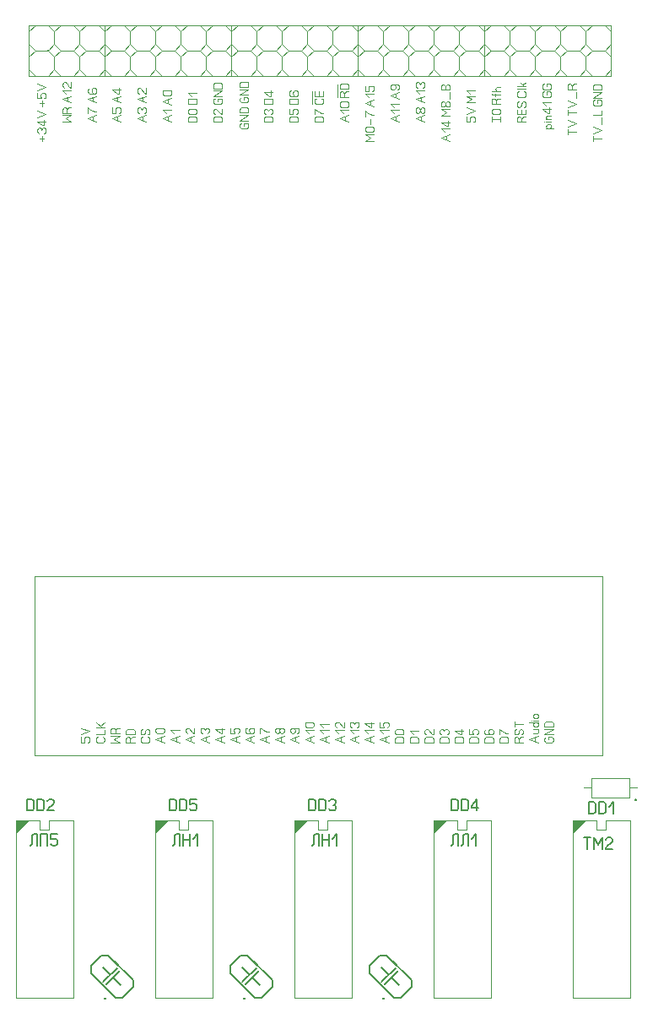
<source format=gbr>
%FSLAX34Y34*%
%MOMM*%
%LNSILK_TOP*%
G71*
G01*
%ADD10C, 0.10*%
%ADD11C, 0.14*%
%ADD12C, 0.11*%
%ADD13C, 0.00*%
%ADD14C, 0.20*%
%LPD*%
G54D10*
X219075Y984300D02*
X212775Y990600D01*
X199975Y990600D01*
X193675Y984300D01*
X193675Y971500D01*
X199975Y965200D01*
X212775Y965200D01*
X219075Y971500D01*
X219075Y984300D01*
G54D10*
X219075Y958900D02*
X212775Y965200D01*
X199975Y965200D01*
X193675Y958900D01*
X193675Y946100D01*
X199975Y939800D01*
X212775Y939800D01*
X219075Y946100D01*
X219075Y958900D01*
G54D10*
X193675Y984300D02*
X187375Y990600D01*
X174575Y990600D01*
X168275Y984300D01*
X168275Y971500D01*
X174575Y965200D01*
X187375Y965200D01*
X193675Y971500D01*
X193675Y984300D01*
G54D10*
X193675Y958900D02*
X187375Y965200D01*
X174575Y965200D01*
X168275Y958900D01*
X168275Y946100D01*
X174575Y939800D01*
X187375Y939800D01*
X193675Y946100D01*
X193675Y958900D01*
G54D10*
X168275Y984300D02*
X161975Y990600D01*
X149175Y990600D01*
X142875Y984300D01*
X142875Y971500D01*
X149175Y965200D01*
X161975Y965200D01*
X168275Y971500D01*
X168275Y984300D01*
G54D10*
X168275Y958900D02*
X161975Y965200D01*
X149175Y965200D01*
X142875Y958900D01*
X142875Y946100D01*
X149175Y939800D01*
X161975Y939800D01*
X168275Y946100D01*
X168275Y958900D01*
G54D11*
X162668Y965200D02*
X161975Y965200D01*
X161975Y965778D01*
X162668Y965778D01*
X162668Y965200D01*
X161975Y965200D01*
G54D10*
X346075Y984300D02*
X339775Y990600D01*
X326975Y990600D01*
X320675Y984300D01*
X320675Y971500D01*
X326975Y965200D01*
X339775Y965200D01*
X346075Y971500D01*
X346075Y984300D01*
G54D10*
X346075Y958900D02*
X339775Y965200D01*
X326975Y965200D01*
X320675Y958900D01*
X320675Y946100D01*
X326975Y939800D01*
X339775Y939800D01*
X346075Y946100D01*
X346075Y958900D01*
G54D10*
X320675Y984300D02*
X314375Y990600D01*
X301575Y990600D01*
X295275Y984300D01*
X295275Y971500D01*
X301575Y965200D01*
X314375Y965200D01*
X320675Y971500D01*
X320675Y984300D01*
G54D10*
X320675Y958900D02*
X314375Y965200D01*
X301575Y965200D01*
X295275Y958900D01*
X295275Y946100D01*
X301575Y939800D01*
X314375Y939800D01*
X320675Y946100D01*
X320675Y958900D01*
G54D10*
X295275Y984300D02*
X288975Y990600D01*
X276175Y990600D01*
X269875Y984300D01*
X269875Y971500D01*
X276175Y965200D01*
X288975Y965200D01*
X295275Y971500D01*
X295275Y984300D01*
G54D10*
X295275Y958900D02*
X288975Y965200D01*
X276175Y965200D01*
X269875Y958900D01*
X269875Y946100D01*
X276175Y939800D01*
X288975Y939800D01*
X295275Y946100D01*
X295275Y958900D01*
G54D10*
X269875Y984300D02*
X263575Y990600D01*
X250775Y990600D01*
X244475Y984300D01*
X244475Y971500D01*
X250775Y965200D01*
X263575Y965200D01*
X269875Y971500D01*
X269875Y984300D01*
G54D10*
X269875Y958900D02*
X263575Y965200D01*
X250775Y965200D01*
X244475Y958900D01*
X244475Y946100D01*
X250775Y939800D01*
X263575Y939800D01*
X269875Y946100D01*
X269875Y958900D01*
G54D10*
X244475Y984300D02*
X238175Y990600D01*
X225375Y990600D01*
X219075Y984300D01*
X219075Y971500D01*
X225375Y965200D01*
X238175Y965200D01*
X244475Y971500D01*
X244475Y984300D01*
G54D10*
X244475Y958900D02*
X238175Y965200D01*
X225375Y965200D01*
X219075Y958900D01*
X219075Y946100D01*
X225375Y939800D01*
X238175Y939800D01*
X244475Y946100D01*
X244475Y958900D01*
G54D11*
X226068Y964622D02*
X225375Y964622D01*
X225375Y965200D01*
X226068Y965200D01*
X226068Y964622D01*
X225375Y964622D01*
G54D10*
X473075Y984300D02*
X466775Y990600D01*
X453975Y990600D01*
X447675Y984300D01*
X447675Y971500D01*
X453975Y965200D01*
X466775Y965200D01*
X473075Y971500D01*
X473075Y984300D01*
G54D10*
X473075Y958900D02*
X466775Y965200D01*
X453975Y965200D01*
X447675Y958900D01*
X447675Y946100D01*
X453975Y939800D01*
X466775Y939800D01*
X473075Y946100D01*
X473075Y958900D01*
G54D10*
X447675Y984300D02*
X441375Y990600D01*
X428575Y990600D01*
X422275Y984300D01*
X422275Y971500D01*
X428575Y965200D01*
X441375Y965200D01*
X447675Y971500D01*
X447675Y984300D01*
G54D10*
X447675Y958900D02*
X441375Y965200D01*
X428575Y965200D01*
X422275Y958900D01*
X422275Y946100D01*
X428575Y939800D01*
X441375Y939800D01*
X447675Y946100D01*
X447675Y958900D01*
G54D10*
X422275Y984300D02*
X415975Y990600D01*
X403175Y990600D01*
X396875Y984300D01*
X396875Y971500D01*
X403175Y965200D01*
X415975Y965200D01*
X422275Y971500D01*
X422275Y984300D01*
G54D10*
X422275Y958900D02*
X415975Y965200D01*
X403175Y965200D01*
X396875Y958900D01*
X396875Y946100D01*
X403175Y939800D01*
X415975Y939800D01*
X422275Y946100D01*
X422275Y958900D01*
G54D10*
X396875Y984300D02*
X390575Y990600D01*
X377775Y990600D01*
X371475Y984300D01*
X371475Y971500D01*
X377775Y965200D01*
X390575Y965200D01*
X396875Y971500D01*
X396875Y984300D01*
G54D10*
X396875Y958900D02*
X390575Y965200D01*
X377775Y965200D01*
X371475Y958900D01*
X371475Y946100D01*
X377775Y939800D01*
X390575Y939800D01*
X396875Y946100D01*
X396875Y958900D01*
G54D10*
X371475Y984300D02*
X365175Y990600D01*
X352375Y990600D01*
X346075Y984300D01*
X346075Y971500D01*
X352375Y965200D01*
X365175Y965200D01*
X371475Y971500D01*
X371475Y984300D01*
G54D10*
X371475Y958900D02*
X365175Y965200D01*
X352375Y965200D01*
X346075Y958900D01*
X346075Y946100D01*
X352375Y939800D01*
X365175Y939800D01*
X371475Y946100D01*
X371475Y958900D01*
G54D11*
X353068Y964622D02*
X352375Y964622D01*
X352375Y965200D01*
X353068Y965200D01*
X353068Y964622D01*
X352375Y964622D01*
G54D10*
X600075Y984300D02*
X593775Y990600D01*
X580975Y990600D01*
X574675Y984300D01*
X574675Y971500D01*
X580975Y965200D01*
X593775Y965200D01*
X600075Y971500D01*
X600075Y984300D01*
G54D10*
X600075Y958900D02*
X593775Y965200D01*
X580975Y965200D01*
X574675Y958900D01*
X574675Y946100D01*
X580975Y939800D01*
X593775Y939800D01*
X600075Y946100D01*
X600075Y958900D01*
G54D10*
X574675Y984300D02*
X568375Y990600D01*
X555575Y990600D01*
X549275Y984300D01*
X549275Y971500D01*
X555575Y965200D01*
X568375Y965200D01*
X574675Y971500D01*
X574675Y984300D01*
G54D10*
X574675Y958900D02*
X568375Y965200D01*
X555575Y965200D01*
X549275Y958900D01*
X549275Y946100D01*
X555575Y939800D01*
X568375Y939800D01*
X574675Y946100D01*
X574675Y958900D01*
G54D10*
X549275Y984300D02*
X542975Y990600D01*
X530175Y990600D01*
X523875Y984300D01*
X523875Y971500D01*
X530175Y965200D01*
X542975Y965200D01*
X549275Y971500D01*
X549275Y984300D01*
G54D10*
X549275Y958900D02*
X542975Y965200D01*
X530175Y965200D01*
X523875Y958900D01*
X523875Y946100D01*
X530175Y939800D01*
X542975Y939800D01*
X549275Y946100D01*
X549275Y958900D01*
G54D10*
X523875Y984300D02*
X517575Y990600D01*
X504775Y990600D01*
X498475Y984300D01*
X498475Y971500D01*
X504775Y965200D01*
X517575Y965200D01*
X523875Y971500D01*
X523875Y984300D01*
G54D10*
X523875Y958900D02*
X517575Y965200D01*
X504775Y965200D01*
X498475Y958900D01*
X498475Y946100D01*
X504775Y939800D01*
X517575Y939800D01*
X523875Y946100D01*
X523875Y958900D01*
G54D10*
X498475Y984300D02*
X492175Y990600D01*
X479375Y990600D01*
X473075Y984300D01*
X473075Y971500D01*
X479375Y965200D01*
X492175Y965200D01*
X498475Y971500D01*
X498475Y984300D01*
G54D10*
X498475Y958900D02*
X492175Y965200D01*
X479375Y965200D01*
X473075Y958900D01*
X473075Y946100D01*
X479375Y939800D01*
X492175Y939800D01*
X498475Y946100D01*
X498475Y958900D01*
G54D11*
X480068Y964622D02*
X479375Y964622D01*
X479375Y965200D01*
X480068Y965200D01*
X480068Y964622D01*
X479375Y964622D01*
G54D10*
X727075Y984300D02*
X720775Y990600D01*
X707975Y990600D01*
X701675Y984300D01*
X701675Y971500D01*
X707975Y965200D01*
X720775Y965200D01*
X727075Y971500D01*
X727075Y984300D01*
G54D10*
X727075Y958900D02*
X720775Y965200D01*
X707975Y965200D01*
X701675Y958900D01*
X701675Y946100D01*
X707975Y939800D01*
X720775Y939800D01*
X727075Y946100D01*
X727075Y958900D01*
G54D10*
X701675Y984300D02*
X695375Y990600D01*
X682575Y990600D01*
X676275Y984300D01*
X676275Y971500D01*
X682575Y965200D01*
X695375Y965200D01*
X701675Y971500D01*
X701675Y984300D01*
G54D10*
X701675Y958900D02*
X695375Y965200D01*
X682575Y965200D01*
X676275Y958900D01*
X676275Y946100D01*
X682575Y939800D01*
X695375Y939800D01*
X701675Y946100D01*
X701675Y958900D01*
G54D10*
X676275Y984300D02*
X669975Y990600D01*
X657175Y990600D01*
X650875Y984300D01*
X650875Y971500D01*
X657175Y965200D01*
X669975Y965200D01*
X676275Y971500D01*
X676275Y984300D01*
G54D10*
X676275Y958900D02*
X669975Y965200D01*
X657175Y965200D01*
X650875Y958900D01*
X650875Y946100D01*
X657175Y939800D01*
X669975Y939800D01*
X676275Y946100D01*
X676275Y958900D01*
G54D10*
X650875Y984300D02*
X644575Y990600D01*
X631775Y990600D01*
X625475Y984300D01*
X625475Y971500D01*
X631775Y965200D01*
X644575Y965200D01*
X650875Y971500D01*
X650875Y984300D01*
G54D10*
X650875Y958900D02*
X644575Y965200D01*
X631775Y965200D01*
X625475Y958900D01*
X625475Y946100D01*
X631775Y939800D01*
X644575Y939800D01*
X650875Y946100D01*
X650875Y958900D01*
G54D10*
X625475Y984300D02*
X619175Y990600D01*
X606375Y990600D01*
X600075Y984300D01*
X600075Y971500D01*
X606375Y965200D01*
X619175Y965200D01*
X625475Y971500D01*
X625475Y984300D01*
G54D10*
X625475Y958900D02*
X619175Y965200D01*
X606375Y965200D01*
X600075Y958900D01*
X600075Y946100D01*
X606375Y939800D01*
X619175Y939800D01*
X625475Y946100D01*
X625475Y958900D01*
G54D11*
X607068Y964622D02*
X606375Y964622D01*
X606375Y965200D01*
X607068Y965200D01*
X607068Y964622D01*
X606375Y964622D01*
G54D10*
X142875Y990600D02*
X219075Y990600D01*
X219075Y939800D01*
X142875Y939800D01*
X142875Y990600D01*
G54D10*
X219075Y990600D02*
X346075Y990600D01*
X346075Y939800D01*
X219075Y939800D01*
X219075Y990600D01*
G54D10*
X346075Y990600D02*
X473075Y990600D01*
X473075Y939800D01*
X346075Y939800D01*
X346075Y990600D01*
G54D10*
X473075Y990600D02*
X600075Y990600D01*
X600075Y939800D01*
X473075Y939800D01*
X473075Y990600D01*
G54D10*
X600075Y990600D02*
X727075Y990600D01*
X727075Y939800D01*
X600075Y939800D01*
X600075Y990600D01*
G54D12*
X210910Y893428D02*
X202021Y896761D01*
X210910Y900094D01*
G54D12*
X207577Y894761D02*
X207577Y898761D01*
G54D12*
X202021Y902539D02*
X202021Y907872D01*
X203132Y907206D01*
X204799Y905872D01*
X207021Y904539D01*
X208688Y903872D01*
X210910Y903872D01*
G54D12*
X210910Y912893D02*
X202021Y916226D01*
X210910Y919560D01*
G54D12*
X207577Y914226D02*
X207577Y918226D01*
G54D12*
X203688Y927337D02*
X202577Y926670D01*
X202021Y925337D01*
X202021Y924004D01*
X202577Y922670D01*
X203688Y922004D01*
X206466Y922004D01*
X207021Y922004D01*
X205910Y924004D01*
X205910Y925337D01*
X206466Y926670D01*
X207577Y927337D01*
X209244Y927337D01*
X210355Y926670D01*
X210910Y925337D01*
X210910Y924004D01*
X210355Y922670D01*
X209244Y922004D01*
X206466Y922004D01*
G54D12*
X717949Y877044D02*
X709060Y877044D01*
G54D12*
X709060Y874378D02*
X709060Y879711D01*
G54D12*
X709060Y882155D02*
X717949Y885488D01*
X709060Y888821D01*
G54D12*
X717949Y891266D02*
X717949Y897932D01*
G54D12*
X709060Y900377D02*
X717949Y900377D01*
X717949Y905043D01*
G54D12*
X713504Y912731D02*
X713504Y915398D01*
X716282Y915398D01*
X717393Y914731D01*
X717949Y913398D01*
X717949Y912065D01*
X717393Y910731D01*
X716282Y910065D01*
X710726Y910065D01*
X709615Y910731D01*
X709060Y912065D01*
X709060Y913398D01*
X709615Y914731D01*
X710726Y915398D01*
G54D12*
X717949Y917842D02*
X709060Y917842D01*
X717949Y923175D01*
X709060Y923175D01*
G54D12*
X717949Y925619D02*
X709060Y925619D01*
X709060Y928952D01*
X709615Y930285D01*
X710726Y930952D01*
X716282Y930952D01*
X717393Y930285D01*
X717949Y928952D01*
X717949Y925619D01*
G54D12*
X692549Y883394D02*
X683660Y883394D01*
G54D12*
X683660Y880728D02*
X683660Y886061D01*
G54D12*
X683660Y888505D02*
X692549Y891838D01*
X683660Y895171D01*
G54D12*
X692549Y902859D02*
X683660Y902859D01*
G54D12*
X683660Y900193D02*
X683660Y905526D01*
G54D12*
X683660Y907970D02*
X692549Y911303D01*
X683660Y914636D01*
G54D12*
X692549Y917081D02*
X692549Y923747D01*
G54D12*
X688104Y928858D02*
X689215Y930858D01*
X690326Y931525D01*
X692549Y931525D01*
G54D12*
X692549Y926192D02*
X683660Y926192D01*
X683660Y929525D01*
X684215Y930858D01*
X685326Y931525D01*
X686438Y931525D01*
X687549Y930858D01*
X688104Y929525D01*
X688104Y926192D01*
G54D12*
X662149Y887078D02*
X669371Y887078D01*
G54D12*
X665482Y887078D02*
X666926Y887744D01*
X667149Y889078D01*
X666926Y890411D01*
X665815Y891078D01*
X663593Y891078D01*
X662482Y890411D01*
X662149Y889078D01*
X662482Y887744D01*
X663815Y887078D01*
G54D12*
X667149Y893522D02*
X662149Y893522D01*
G54D12*
X660482Y893522D02*
X660482Y893522D01*
G54D12*
X667149Y895966D02*
X662149Y895966D01*
G54D12*
X663260Y895966D02*
X662482Y896632D01*
X662149Y897966D01*
X662482Y899299D01*
X663260Y899966D01*
X667149Y899966D01*
G54D12*
X667149Y906410D02*
X658260Y906410D01*
X663815Y902410D01*
X664926Y902410D01*
X664926Y907743D01*
G54D12*
X661593Y910187D02*
X658260Y913520D01*
X667149Y913520D01*
G54D12*
X662704Y921208D02*
X662704Y923874D01*
X665482Y923874D01*
X666593Y923208D01*
X667149Y921874D01*
X667149Y920541D01*
X666593Y919208D01*
X665482Y918541D01*
X659926Y918541D01*
X658815Y919208D01*
X658260Y920541D01*
X658260Y921874D01*
X658815Y923208D01*
X659926Y923874D01*
G54D12*
X662704Y928984D02*
X662704Y931651D01*
X665482Y931651D01*
X666593Y930984D01*
X667149Y929651D01*
X667149Y928318D01*
X666593Y926984D01*
X665482Y926318D01*
X659926Y926318D01*
X658815Y926984D01*
X658260Y928318D01*
X658260Y929651D01*
X658815Y930984D01*
X659926Y931651D01*
G54D12*
X637304Y896094D02*
X638415Y898094D01*
X639526Y898761D01*
X641749Y898761D01*
G54D12*
X641749Y893428D02*
X632860Y893428D01*
X632860Y896761D01*
X633415Y898094D01*
X634526Y898761D01*
X635638Y898761D01*
X636749Y898094D01*
X637304Y896761D01*
X637304Y893428D01*
G54D12*
X641749Y905871D02*
X641749Y901205D01*
X632860Y901205D01*
X632860Y905871D01*
G54D12*
X637304Y901205D02*
X637304Y905871D01*
G54D12*
X640082Y908316D02*
X641193Y908982D01*
X641749Y910316D01*
X641749Y911649D01*
X641193Y912982D01*
X640082Y913649D01*
X638971Y913649D01*
X637860Y912982D01*
X637304Y911649D01*
X637304Y910316D01*
X636749Y908982D01*
X635638Y908316D01*
X634526Y908316D01*
X633415Y908982D01*
X632860Y910316D01*
X632860Y911649D01*
X633415Y912982D01*
X634526Y913649D01*
G54D12*
X640082Y924003D02*
X641193Y923336D01*
X641749Y922003D01*
X641749Y920670D01*
X641193Y919336D01*
X640082Y918670D01*
X634526Y918670D01*
X633415Y919336D01*
X632860Y920670D01*
X632860Y922003D01*
X633415Y923336D01*
X634526Y924003D01*
G54D12*
X641749Y926447D02*
X632860Y926447D01*
G54D12*
X641749Y928891D02*
X632860Y928891D01*
G54D12*
X638415Y930891D02*
X641749Y932891D01*
G54D12*
X639526Y928891D02*
X636749Y932891D01*
G54D12*
X616349Y893428D02*
X616349Y898761D01*
G54D12*
X616349Y896094D02*
X607460Y896094D01*
G54D12*
X607460Y893428D02*
X607460Y898761D01*
G54D12*
X609126Y906538D02*
X614682Y906538D01*
X615793Y905871D01*
X616349Y904538D01*
X616349Y903205D01*
X615793Y901871D01*
X614682Y901205D01*
X609126Y901205D01*
X608015Y901871D01*
X607460Y903205D01*
X607460Y904538D01*
X608015Y905871D01*
X609126Y906538D01*
G54D12*
X611904Y914225D02*
X613015Y916225D01*
X614126Y916892D01*
X616349Y916892D01*
G54D12*
X616349Y911559D02*
X607460Y911559D01*
X607460Y914892D01*
X608015Y916225D01*
X609126Y916892D01*
X610238Y916892D01*
X611349Y916225D01*
X611904Y914892D01*
X611904Y911559D01*
G54D12*
X616349Y920669D02*
X608015Y920669D01*
X607460Y921336D01*
X607793Y922002D01*
G54D12*
X611349Y919336D02*
X611349Y922002D01*
G54D12*
X616349Y924447D02*
X607460Y924447D01*
G54D12*
X612793Y924447D02*
X611682Y925113D01*
X611349Y926447D01*
X611682Y927780D01*
X612793Y928447D01*
X616349Y928447D01*
G54D12*
X582060Y898761D02*
X582060Y893428D01*
X585949Y893428D01*
X585949Y894094D01*
X585393Y895428D01*
X585393Y896761D01*
X585949Y898094D01*
X587060Y898761D01*
X589282Y898761D01*
X590393Y898094D01*
X590949Y896761D01*
X590949Y895428D01*
X590393Y894094D01*
X589282Y893428D01*
G54D12*
X582060Y901205D02*
X590949Y904538D01*
X582060Y907871D01*
G54D12*
X590949Y912893D02*
X582060Y912893D01*
X587615Y916226D01*
X582060Y919559D01*
X590949Y919559D01*
G54D12*
X585393Y922004D02*
X582060Y925337D01*
X590949Y925337D01*
G54D12*
X565549Y874378D02*
X556660Y877711D01*
X565549Y881044D01*
G54D12*
X562215Y875711D02*
X562215Y879711D01*
G54D12*
X559993Y883489D02*
X556660Y886822D01*
X565549Y886822D01*
G54D12*
X565549Y893266D02*
X556660Y893266D01*
X562215Y889266D01*
X563326Y889266D01*
X563326Y894599D01*
G54D12*
X565549Y899620D02*
X556660Y899620D01*
X562215Y902953D01*
X556660Y906286D01*
X565549Y906286D01*
G54D12*
X561104Y912064D02*
X561104Y910731D01*
X560549Y909397D01*
X559438Y908731D01*
X558326Y908731D01*
X557215Y909397D01*
X556660Y910731D01*
X556660Y912064D01*
X557215Y913397D01*
X558326Y914064D01*
X559438Y914064D01*
X560549Y913397D01*
X561104Y912064D01*
X561660Y913397D01*
X562771Y914064D01*
X563882Y914064D01*
X564993Y913397D01*
X565549Y912064D01*
X565549Y910731D01*
X564993Y909397D01*
X563882Y908731D01*
X562771Y908731D01*
X561660Y909397D01*
X561104Y910731D01*
G54D12*
X565549Y916508D02*
X565549Y923174D01*
G54D12*
X565549Y925619D02*
X556660Y925619D01*
X556660Y928952D01*
X557215Y930285D01*
X558326Y930952D01*
X559438Y930952D01*
X560549Y930285D01*
X561104Y928952D01*
X561660Y930285D01*
X562771Y930952D01*
X563882Y930952D01*
X564993Y930285D01*
X565549Y928952D01*
X565549Y925619D01*
G54D12*
X561104Y925619D02*
X561104Y928952D01*
G54D12*
X540149Y893428D02*
X531260Y896761D01*
X540149Y900094D01*
G54D12*
X536815Y894761D02*
X536815Y898761D01*
G54D12*
X535704Y905872D02*
X535704Y904539D01*
X535149Y903205D01*
X534038Y902539D01*
X532926Y902539D01*
X531815Y903205D01*
X531260Y904539D01*
X531260Y905872D01*
X531815Y907205D01*
X532926Y907872D01*
X534038Y907872D01*
X535149Y907205D01*
X535704Y905872D01*
X536260Y907205D01*
X537371Y907872D01*
X538482Y907872D01*
X539593Y907205D01*
X540149Y905872D01*
X540149Y904539D01*
X539593Y903205D01*
X538482Y902539D01*
X537371Y902539D01*
X536260Y903205D01*
X535704Y904539D01*
G54D12*
X540149Y912893D02*
X531260Y916226D01*
X540149Y919559D01*
G54D12*
X536815Y914226D02*
X536815Y918226D01*
G54D12*
X534593Y922004D02*
X531260Y925337D01*
X540149Y925337D01*
G54D12*
X532926Y927781D02*
X531815Y928447D01*
X531260Y929781D01*
X531260Y931114D01*
X531815Y932447D01*
X532926Y933114D01*
X534038Y933114D01*
X535149Y932447D01*
X535704Y931114D01*
X536260Y932447D01*
X537371Y933114D01*
X538482Y933114D01*
X539593Y932447D01*
X540149Y931114D01*
X540149Y929781D01*
X539593Y928447D01*
X538482Y927781D01*
G54D12*
X514749Y893428D02*
X505860Y896761D01*
X514749Y900094D01*
G54D12*
X511415Y894761D02*
X511415Y898761D01*
G54D12*
X509193Y902539D02*
X505860Y905872D01*
X514749Y905872D01*
G54D12*
X509193Y908316D02*
X505860Y911649D01*
X514749Y911649D01*
G54D12*
X514749Y916670D02*
X505860Y920003D01*
X514749Y923336D01*
G54D12*
X511415Y918003D02*
X511415Y922003D01*
G54D12*
X513082Y925781D02*
X514193Y926447D01*
X514749Y927781D01*
X514749Y929114D01*
X514193Y930447D01*
X513082Y931114D01*
X510304Y931114D01*
X509749Y931114D01*
X510860Y929114D01*
X510860Y927781D01*
X510304Y926447D01*
X509193Y925781D01*
X507527Y925781D01*
X506415Y926447D01*
X505860Y927781D01*
X505860Y929114D01*
X506415Y930447D01*
X507527Y931114D01*
X510304Y931114D01*
G54D12*
X489349Y874378D02*
X480460Y874378D01*
X486015Y877711D01*
X480460Y881044D01*
X489349Y881044D01*
G54D12*
X482127Y888822D02*
X487682Y888822D01*
X488793Y888155D01*
X489349Y886822D01*
X489349Y885489D01*
X488793Y884155D01*
X487682Y883489D01*
X482127Y883489D01*
X481015Y884155D01*
X480460Y885489D01*
X480460Y886822D01*
X481015Y888155D01*
X482127Y888822D01*
G54D12*
X485460Y891266D02*
X485460Y896599D01*
G54D12*
X480460Y899043D02*
X480460Y904376D01*
X481571Y903709D01*
X483238Y902376D01*
X485460Y901043D01*
X487127Y900376D01*
X489349Y900376D01*
G54D12*
X489349Y909397D02*
X480460Y912730D01*
X489349Y916063D01*
G54D12*
X486015Y910730D02*
X486015Y914730D01*
G54D12*
X483793Y918508D02*
X480460Y921841D01*
X489349Y921841D01*
G54D12*
X480460Y929618D02*
X480460Y924285D01*
X484349Y924285D01*
X484349Y924951D01*
X483793Y926285D01*
X483793Y927618D01*
X484349Y928951D01*
X485460Y929618D01*
X487682Y929618D01*
X488793Y928951D01*
X489349Y927618D01*
X489349Y926285D01*
X488793Y924951D01*
X487682Y924285D01*
G54D12*
X463949Y893428D02*
X455060Y896761D01*
X463949Y900094D01*
G54D12*
X460615Y894761D02*
X460615Y898761D01*
G54D12*
X458393Y902539D02*
X455060Y905872D01*
X463949Y905872D01*
G54D12*
X456727Y913649D02*
X462282Y913649D01*
X463393Y912982D01*
X463949Y911649D01*
X463949Y910316D01*
X463393Y908982D01*
X462282Y908316D01*
X456727Y908316D01*
X455615Y908982D01*
X455060Y910316D01*
X455060Y911649D01*
X455615Y912982D01*
X456727Y913649D01*
G54D12*
X459504Y921336D02*
X460615Y923336D01*
X461727Y924003D01*
X463949Y924003D01*
G54D12*
X463949Y918670D02*
X455060Y918670D01*
X455060Y922003D01*
X455615Y923336D01*
X456727Y924003D01*
X457838Y924003D01*
X458949Y923336D01*
X459504Y922003D01*
X459504Y918670D01*
G54D12*
X463949Y926447D02*
X455060Y926447D01*
X455060Y929780D01*
X455615Y931113D01*
X456727Y931780D01*
X462282Y931780D01*
X463393Y931113D01*
X463949Y929780D01*
X463949Y926447D01*
G54D12*
X438549Y893428D02*
X429660Y893428D01*
X429660Y896761D01*
X430215Y898094D01*
X431327Y898761D01*
X436882Y898761D01*
X437993Y898094D01*
X438549Y896761D01*
X438549Y893428D01*
G54D12*
X429660Y901205D02*
X429660Y906538D01*
X430771Y905871D01*
X432438Y904538D01*
X434660Y903205D01*
X436327Y902538D01*
X438549Y902538D01*
G54D12*
X436882Y916892D02*
X437993Y916225D01*
X438549Y914892D01*
X438549Y913559D01*
X437993Y912225D01*
X436882Y911559D01*
X431327Y911559D01*
X430215Y912225D01*
X429660Y913559D01*
X429660Y914892D01*
X430215Y916225D01*
X431327Y916892D01*
G54D12*
X438549Y924002D02*
X438549Y919336D01*
X429660Y919336D01*
X429660Y924002D01*
G54D12*
X434104Y919336D02*
X434104Y924002D01*
G54D12*
X413149Y893428D02*
X404260Y893428D01*
X404260Y896761D01*
X404815Y898094D01*
X405927Y898761D01*
X411482Y898761D01*
X412593Y898094D01*
X413149Y896761D01*
X413149Y893428D01*
G54D12*
X404260Y906538D02*
X404260Y901205D01*
X408149Y901205D01*
X408149Y901871D01*
X407593Y903205D01*
X407593Y904538D01*
X408149Y905871D01*
X409260Y906538D01*
X411482Y906538D01*
X412593Y905871D01*
X413149Y904538D01*
X413149Y903205D01*
X412593Y901871D01*
X411482Y901205D01*
G54D12*
X413149Y911559D02*
X404260Y911559D01*
X404260Y914892D01*
X404815Y916225D01*
X405927Y916892D01*
X411482Y916892D01*
X412593Y916225D01*
X413149Y914892D01*
X413149Y911559D01*
G54D12*
X405927Y924669D02*
X404815Y924002D01*
X404260Y922669D01*
X404260Y921336D01*
X404815Y920002D01*
X405927Y919336D01*
X408704Y919336D01*
X409260Y919336D01*
X408149Y921336D01*
X408149Y922669D01*
X408704Y924002D01*
X409815Y924669D01*
X411482Y924669D01*
X412593Y924002D01*
X413149Y922669D01*
X413149Y921336D01*
X412593Y920002D01*
X411482Y919336D01*
X408704Y919336D01*
G54D12*
X387749Y893428D02*
X378860Y893428D01*
X378860Y896761D01*
X379415Y898094D01*
X380527Y898761D01*
X386082Y898761D01*
X387193Y898094D01*
X387749Y896761D01*
X387749Y893428D01*
G54D12*
X380527Y901205D02*
X379415Y901871D01*
X378860Y903205D01*
X378860Y904538D01*
X379415Y905871D01*
X380527Y906538D01*
X381638Y906538D01*
X382749Y905871D01*
X383304Y904538D01*
X383860Y905871D01*
X384971Y906538D01*
X386082Y906538D01*
X387193Y905871D01*
X387749Y904538D01*
X387749Y903205D01*
X387193Y901871D01*
X386082Y901205D01*
G54D12*
X387749Y911559D02*
X378860Y911559D01*
X378860Y914892D01*
X379415Y916225D01*
X380527Y916892D01*
X386082Y916892D01*
X387193Y916225D01*
X387749Y914892D01*
X387749Y911559D01*
G54D12*
X387749Y923336D02*
X378860Y923336D01*
X384415Y919336D01*
X385527Y919336D01*
X385527Y924669D01*
G54D12*
X336949Y893428D02*
X328060Y893428D01*
X328060Y896761D01*
X328615Y898094D01*
X329727Y898761D01*
X335282Y898761D01*
X336393Y898094D01*
X336949Y896761D01*
X336949Y893428D01*
G54D12*
X336949Y906538D02*
X336949Y901205D01*
X336393Y901205D01*
X335282Y901871D01*
X331949Y905871D01*
X330838Y906538D01*
X329727Y906538D01*
X328615Y905871D01*
X328060Y904538D01*
X328060Y903205D01*
X328615Y901871D01*
X329727Y901205D01*
G54D12*
X332504Y914225D02*
X332504Y916892D01*
X335282Y916892D01*
X336393Y916225D01*
X336949Y914892D01*
X336949Y913559D01*
X336393Y912225D01*
X335282Y911559D01*
X329727Y911559D01*
X328615Y912225D01*
X328060Y913559D01*
X328060Y914892D01*
X328615Y916225D01*
X329727Y916892D01*
G54D12*
X336949Y919336D02*
X328060Y919336D01*
X336949Y924669D01*
X328060Y924669D01*
G54D12*
X336949Y927113D02*
X328060Y927113D01*
X328060Y930446D01*
X328615Y931779D01*
X329727Y932446D01*
X335282Y932446D01*
X336393Y931779D01*
X336949Y930446D01*
X336949Y927113D01*
G54D12*
X311549Y893428D02*
X302660Y893428D01*
X302660Y896761D01*
X303215Y898094D01*
X304327Y898761D01*
X309882Y898761D01*
X310993Y898094D01*
X311549Y896761D01*
X311549Y893428D01*
G54D12*
X304327Y906538D02*
X309882Y906538D01*
X310993Y905871D01*
X311549Y904538D01*
X311549Y903205D01*
X310993Y901871D01*
X309882Y901205D01*
X304327Y901205D01*
X303215Y901871D01*
X302660Y903205D01*
X302660Y904538D01*
X303215Y905871D01*
X304327Y906538D01*
G54D12*
X311549Y911559D02*
X302660Y911559D01*
X302660Y914892D01*
X303215Y916225D01*
X304327Y916892D01*
X309882Y916892D01*
X310993Y916225D01*
X311549Y914892D01*
X311549Y911559D01*
G54D12*
X305993Y919336D02*
X302660Y922669D01*
X311549Y922669D01*
G54D12*
X286149Y893428D02*
X277260Y896761D01*
X286149Y900094D01*
G54D12*
X282815Y894761D02*
X282815Y898761D01*
G54D12*
X280593Y902539D02*
X277260Y905872D01*
X286149Y905872D01*
G54D12*
X286149Y910893D02*
X277260Y914226D01*
X286149Y917559D01*
G54D12*
X282815Y912226D02*
X282815Y916226D01*
G54D12*
X278927Y925337D02*
X284482Y925337D01*
X285593Y924670D01*
X286149Y923337D01*
X286149Y922004D01*
X285593Y920670D01*
X284482Y920004D01*
X278927Y920004D01*
X277815Y920670D01*
X277260Y922004D01*
X277260Y923337D01*
X277815Y924670D01*
X278927Y925337D01*
G54D12*
X260749Y893428D02*
X251860Y896761D01*
X260749Y900094D01*
G54D12*
X257415Y894761D02*
X257415Y898761D01*
G54D12*
X253527Y902539D02*
X252415Y903205D01*
X251860Y904539D01*
X251860Y905872D01*
X252415Y907205D01*
X253527Y907872D01*
X254638Y907872D01*
X255749Y907205D01*
X256304Y905872D01*
X256860Y907205D01*
X257971Y907872D01*
X259082Y907872D01*
X260193Y907205D01*
X260749Y905872D01*
X260749Y904539D01*
X260193Y903205D01*
X259082Y902539D01*
G54D12*
X260749Y912893D02*
X251860Y916226D01*
X260749Y919559D01*
G54D12*
X257415Y914226D02*
X257415Y918226D01*
G54D12*
X260749Y927337D02*
X260749Y922004D01*
X260193Y922004D01*
X259082Y922670D01*
X255749Y926670D01*
X254638Y927337D01*
X253527Y927337D01*
X252415Y926670D01*
X251860Y925337D01*
X251860Y924004D01*
X252415Y922670D01*
X253527Y922004D01*
G54D12*
X235349Y893428D02*
X226460Y896761D01*
X235349Y900094D01*
G54D12*
X232015Y894761D02*
X232015Y898761D01*
G54D12*
X226460Y907872D02*
X226460Y902539D01*
X230349Y902539D01*
X230349Y903206D01*
X229793Y904539D01*
X229793Y905872D01*
X230349Y907206D01*
X231460Y907872D01*
X233682Y907872D01*
X234793Y907206D01*
X235349Y905872D01*
X235349Y904539D01*
X234793Y903206D01*
X233682Y902539D01*
G54D12*
X235349Y912893D02*
X226460Y916226D01*
X235349Y919560D01*
G54D12*
X232015Y914226D02*
X232015Y918226D01*
G54D12*
X235349Y926004D02*
X226460Y926004D01*
X232015Y922004D01*
X233127Y922004D01*
X233127Y927337D01*
G54D10*
X427167Y924278D02*
X427167Y911578D01*
G54D10*
X453109Y931295D02*
X453109Y918595D01*
G54D10*
X187350Y193675D02*
X163450Y193675D01*
X163450Y184175D01*
X154050Y184175D01*
X154050Y193675D01*
X130150Y193675D01*
X130150Y15875D01*
X187350Y15875D01*
X187350Y193675D01*
G36*
X130150Y193775D02*
X142850Y193775D01*
X130150Y180975D01*
X130150Y193775D01*
G37*
G54D13*
X130150Y193775D02*
X142850Y193775D01*
X130150Y180975D01*
X130150Y193775D01*
G54D11*
X141325Y203400D02*
X141325Y214956D01*
X145658Y214956D01*
X147392Y214233D01*
X148258Y212789D01*
X148258Y205567D01*
X147392Y204122D01*
X145658Y203400D01*
X141325Y203400D01*
G54D11*
X151436Y203400D02*
X151436Y214956D01*
X155769Y214956D01*
X157503Y214233D01*
X158369Y212789D01*
X158369Y205567D01*
X157503Y204122D01*
X155769Y203400D01*
X151436Y203400D01*
G54D11*
X168480Y203400D02*
X161547Y203400D01*
X161547Y204122D01*
X162414Y205567D01*
X167614Y209900D01*
X168480Y211344D01*
X168480Y212789D01*
X167614Y214233D01*
X165880Y214956D01*
X164147Y214956D01*
X162414Y214233D01*
X161547Y212789D01*
G54D11*
X144500Y168025D02*
X146233Y169470D01*
X146233Y178136D01*
X147967Y179580D01*
X151433Y179580D01*
X151433Y168025D01*
G54D11*
X154611Y168025D02*
X154611Y179580D01*
X161544Y179580D01*
X161544Y168025D01*
G54D11*
X171655Y179580D02*
X164722Y179580D01*
X164722Y174525D01*
X165589Y174525D01*
X167322Y175247D01*
X169055Y175247D01*
X170789Y174525D01*
X171655Y173080D01*
X171655Y170192D01*
X170789Y168747D01*
X169055Y168025D01*
X167322Y168025D01*
X165589Y168747D01*
X164722Y170192D01*
G54D10*
X466750Y193675D02*
X442850Y193675D01*
X442850Y184175D01*
X433450Y184175D01*
X433450Y193675D01*
X409550Y193675D01*
X409550Y15875D01*
X466750Y15875D01*
X466750Y193675D01*
G36*
X409550Y193775D02*
X422250Y193775D01*
X409550Y180975D01*
X409550Y193775D01*
G37*
G54D13*
X409550Y193775D02*
X422250Y193775D01*
X409550Y180975D01*
X409550Y193775D01*
G54D11*
X423900Y203400D02*
X423900Y214956D01*
X428233Y214956D01*
X429967Y214233D01*
X430833Y212789D01*
X430833Y205567D01*
X429967Y204122D01*
X428233Y203400D01*
X423900Y203400D01*
G54D11*
X434011Y203400D02*
X434011Y214956D01*
X438344Y214956D01*
X440078Y214233D01*
X440944Y212789D01*
X440944Y205567D01*
X440078Y204122D01*
X438344Y203400D01*
X434011Y203400D01*
G54D11*
X444122Y212789D02*
X444989Y214233D01*
X446722Y214956D01*
X448455Y214956D01*
X450189Y214233D01*
X451055Y212789D01*
X451055Y211344D01*
X450189Y209900D01*
X448455Y209178D01*
X450189Y208456D01*
X451055Y207011D01*
X451055Y205567D01*
X450189Y204122D01*
X448455Y203400D01*
X446722Y203400D01*
X444989Y204122D01*
X444122Y205567D01*
G54D11*
X427075Y168025D02*
X428808Y169470D01*
X428808Y178136D01*
X430542Y179580D01*
X434008Y179580D01*
X434008Y168025D01*
G54D11*
X437186Y168025D02*
X437186Y179580D01*
G54D11*
X444119Y168025D02*
X444119Y179580D01*
G54D11*
X437186Y173803D02*
X444119Y173803D01*
G54D11*
X447297Y175247D02*
X451630Y179580D01*
X451630Y168025D01*
G54D10*
X606450Y193675D02*
X582550Y193675D01*
X582550Y184175D01*
X573150Y184175D01*
X573150Y193675D01*
X549250Y193675D01*
X549250Y15875D01*
X606450Y15875D01*
X606450Y193675D01*
G36*
X549250Y193775D02*
X561950Y193775D01*
X549250Y180975D01*
X549250Y193775D01*
G37*
G54D13*
X549250Y193775D02*
X561950Y193775D01*
X549250Y180975D01*
X549250Y193775D01*
G54D11*
X566775Y203400D02*
X566775Y214956D01*
X571108Y214956D01*
X572842Y214233D01*
X573708Y212789D01*
X573708Y205567D01*
X572842Y204122D01*
X571108Y203400D01*
X566775Y203400D01*
G54D11*
X576886Y203400D02*
X576886Y214956D01*
X581219Y214956D01*
X582953Y214233D01*
X583819Y212789D01*
X583819Y205567D01*
X582953Y204122D01*
X581219Y203400D01*
X576886Y203400D01*
G54D11*
X592197Y203400D02*
X592197Y214956D01*
X586997Y207733D01*
X586997Y206289D01*
X593930Y206289D01*
G54D11*
X566775Y168025D02*
X568508Y169470D01*
X568508Y178136D01*
X570242Y179580D01*
X573708Y179580D01*
X573708Y168025D01*
G54D11*
X576886Y168025D02*
X578619Y169470D01*
X578619Y178136D01*
X580353Y179580D01*
X583819Y179580D01*
X583819Y168025D01*
G54D11*
X586997Y175247D02*
X591330Y179580D01*
X591330Y168025D01*
G54D10*
X746150Y193675D02*
X722250Y193675D01*
X722250Y184175D01*
X712850Y184175D01*
X712850Y193675D01*
X688950Y193675D01*
X688950Y15875D01*
X746150Y15875D01*
X746150Y193675D01*
G36*
X688950Y193775D02*
X701650Y193775D01*
X688950Y180975D01*
X688950Y193775D01*
G37*
G54D13*
X688950Y193775D02*
X701650Y193775D01*
X688950Y180975D01*
X688950Y193775D01*
G54D11*
X704888Y200225D02*
X704888Y211780D01*
X709221Y211780D01*
X710954Y211058D01*
X711821Y209614D01*
X711821Y202392D01*
X710954Y200947D01*
X709221Y200225D01*
X704888Y200225D01*
G54D11*
X714998Y200225D02*
X714998Y211780D01*
X719332Y211780D01*
X721065Y211058D01*
X721932Y209614D01*
X721932Y202392D01*
X721065Y200947D01*
X719332Y200225D01*
X714998Y200225D01*
G54D11*
X725110Y207447D02*
X729443Y211780D01*
X729443Y200225D01*
G54D11*
X703592Y164850D02*
X703592Y176406D01*
G54D11*
X700125Y176406D02*
X707058Y176406D01*
G54D11*
X710236Y164850D02*
X710236Y176406D01*
X714569Y169183D01*
X718903Y176406D01*
X718903Y164850D01*
G54D11*
X729014Y164850D02*
X722081Y164850D01*
X722081Y165572D01*
X722948Y167017D01*
X728148Y171350D01*
X729014Y172794D01*
X729014Y174239D01*
X728148Y175683D01*
X726414Y176406D01*
X724681Y176406D01*
X722948Y175683D01*
X722081Y174239D01*
G54D10*
X148350Y438375D02*
X718350Y438375D01*
X718350Y258375D01*
X148350Y258375D01*
X148350Y438375D01*
G54D12*
X195196Y277136D02*
X195196Y271803D01*
X199085Y271803D01*
X199085Y272470D01*
X198530Y273803D01*
X198530Y275136D01*
X199085Y276470D01*
X200196Y277136D01*
X202418Y277136D01*
X203530Y276470D01*
X204085Y275136D01*
X204085Y273803D01*
X203530Y272470D01*
X202418Y271803D01*
G54D12*
X195196Y279580D02*
X204085Y282913D01*
X195196Y286246D01*
G54D12*
X217418Y277136D02*
X218530Y276470D01*
X219085Y275136D01*
X219085Y273803D01*
X218530Y272470D01*
X217418Y271803D01*
X211863Y271803D01*
X210752Y272470D01*
X210196Y273803D01*
X210196Y275136D01*
X210752Y276470D01*
X211863Y277136D01*
G54D12*
X210196Y279580D02*
X219085Y279580D01*
X219085Y284246D01*
G54D12*
X219085Y286691D02*
X210196Y286691D01*
G54D12*
X216307Y286691D02*
X210196Y292024D01*
G54D12*
X214641Y288691D02*
X219085Y292024D01*
G54D12*
X225196Y271803D02*
X234085Y271803D01*
X228530Y275136D01*
X234085Y278470D01*
X225196Y278470D01*
G54D12*
X229641Y283580D02*
X230752Y285580D01*
X231863Y286247D01*
X234085Y286247D01*
G54D12*
X234085Y280914D02*
X225196Y280914D01*
X225196Y284247D01*
X225752Y285580D01*
X226863Y286247D01*
X227974Y286247D01*
X229085Y285580D01*
X229641Y284247D01*
X229641Y280914D01*
G54D12*
X244641Y274470D02*
X245752Y276470D01*
X246863Y277136D01*
X249085Y277136D01*
G54D12*
X249085Y271803D02*
X240196Y271803D01*
X240196Y275136D01*
X240752Y276470D01*
X241863Y277136D01*
X242974Y277136D01*
X244085Y276470D01*
X244641Y275136D01*
X244641Y271803D01*
G54D12*
X249085Y279580D02*
X240196Y279580D01*
X240196Y282913D01*
X240752Y284246D01*
X241863Y284913D01*
X247418Y284913D01*
X248530Y284246D01*
X249085Y282913D01*
X249085Y279580D01*
G54D12*
X262418Y277136D02*
X263530Y276470D01*
X264085Y275136D01*
X264085Y273803D01*
X263530Y272470D01*
X262418Y271803D01*
X256863Y271803D01*
X255752Y272470D01*
X255196Y273803D01*
X255196Y275136D01*
X255752Y276470D01*
X256863Y277136D01*
G54D12*
X262418Y279580D02*
X263530Y280246D01*
X264085Y281580D01*
X264085Y282913D01*
X263530Y284246D01*
X262418Y284913D01*
X261307Y284913D01*
X260196Y284246D01*
X259641Y282913D01*
X259641Y281580D01*
X259085Y280246D01*
X257974Y279580D01*
X256863Y279580D01*
X255752Y280246D01*
X255196Y281580D01*
X255196Y282913D01*
X255752Y284246D01*
X256863Y284913D01*
G54D12*
X634641Y274470D02*
X635752Y276470D01*
X636863Y277136D01*
X639085Y277136D01*
G54D12*
X639085Y271803D02*
X630196Y271803D01*
X630196Y275136D01*
X630752Y276470D01*
X631863Y277136D01*
X632974Y277136D01*
X634085Y276470D01*
X634641Y275136D01*
X634641Y271803D01*
G54D12*
X637418Y279580D02*
X638530Y280246D01*
X639085Y281580D01*
X639085Y282913D01*
X638530Y284246D01*
X637418Y284913D01*
X636307Y284913D01*
X635196Y284246D01*
X634641Y282913D01*
X634641Y281580D01*
X634085Y280246D01*
X632974Y279580D01*
X631863Y279580D01*
X630752Y280246D01*
X630196Y281580D01*
X630196Y282913D01*
X630752Y284246D01*
X631863Y284913D01*
G54D12*
X639085Y290024D02*
X630196Y290024D01*
G54D12*
X630196Y287357D02*
X630196Y292690D01*
G54D12*
X279085Y271803D02*
X270196Y275136D01*
X279085Y278470D01*
G54D12*
X275752Y273136D02*
X275752Y277136D01*
G54D12*
X271863Y286247D02*
X277418Y286247D01*
X278530Y285580D01*
X279085Y284247D01*
X279085Y282914D01*
X278530Y281580D01*
X277418Y280914D01*
X271863Y280914D01*
X270752Y281580D01*
X270196Y282914D01*
X270196Y284247D01*
X270752Y285580D01*
X271863Y286247D01*
G54D12*
X294085Y271803D02*
X285196Y275136D01*
X294085Y278470D01*
G54D12*
X290752Y273136D02*
X290752Y277136D01*
G54D12*
X288530Y280914D02*
X285196Y284247D01*
X294085Y284247D01*
G54D12*
X309085Y271803D02*
X300196Y275136D01*
X309085Y278470D01*
G54D12*
X305752Y273136D02*
X305752Y277136D01*
G54D12*
X309085Y286247D02*
X309085Y280914D01*
X308530Y280914D01*
X307418Y281580D01*
X304085Y285580D01*
X302974Y286247D01*
X301863Y286247D01*
X300752Y285580D01*
X300196Y284247D01*
X300196Y282914D01*
X300752Y281580D01*
X301863Y280914D01*
G54D12*
X324085Y271803D02*
X315196Y275136D01*
X324085Y278470D01*
G54D12*
X320752Y273136D02*
X320752Y277136D01*
G54D12*
X316863Y280914D02*
X315752Y281580D01*
X315196Y282914D01*
X315196Y284247D01*
X315752Y285580D01*
X316863Y286247D01*
X317974Y286247D01*
X319085Y285580D01*
X319641Y284247D01*
X320196Y285580D01*
X321307Y286247D01*
X322418Y286247D01*
X323530Y285580D01*
X324085Y284247D01*
X324085Y282914D01*
X323530Y281580D01*
X322418Y280914D01*
G54D12*
X339085Y271803D02*
X330196Y275136D01*
X339085Y278470D01*
G54D12*
X335752Y273136D02*
X335752Y277136D01*
G54D12*
X339085Y284914D02*
X330196Y284914D01*
X335752Y280914D01*
X336863Y280914D01*
X336863Y286247D01*
G54D12*
X354085Y271803D02*
X345196Y275136D01*
X354085Y278470D01*
G54D12*
X350752Y273136D02*
X350752Y277136D01*
G54D12*
X345196Y286247D02*
X345196Y280914D01*
X349085Y280914D01*
X349085Y281580D01*
X348530Y282914D01*
X348530Y284247D01*
X349085Y285580D01*
X350196Y286247D01*
X352418Y286247D01*
X353530Y285580D01*
X354085Y284247D01*
X354085Y282914D01*
X353530Y281580D01*
X352418Y280914D01*
G54D12*
X369085Y271803D02*
X360196Y275136D01*
X369085Y278470D01*
G54D12*
X365752Y273136D02*
X365752Y277136D01*
G54D12*
X361863Y286247D02*
X360752Y285580D01*
X360196Y284247D01*
X360196Y282914D01*
X360752Y281580D01*
X361863Y280914D01*
X364641Y280914D01*
X365196Y280914D01*
X364085Y282914D01*
X364085Y284247D01*
X364641Y285580D01*
X365752Y286247D01*
X367418Y286247D01*
X368530Y285580D01*
X369085Y284247D01*
X369085Y282914D01*
X368530Y281580D01*
X367418Y280914D01*
X364641Y280914D01*
G54D12*
X384085Y271803D02*
X375196Y275136D01*
X384085Y278470D01*
G54D12*
X380752Y273136D02*
X380752Y277136D01*
G54D12*
X375196Y280914D02*
X375196Y286247D01*
X376307Y285580D01*
X377974Y284247D01*
X380196Y282914D01*
X381863Y282247D01*
X384085Y282247D01*
G54D12*
X399085Y271803D02*
X390196Y275136D01*
X399085Y278470D01*
G54D12*
X395752Y273136D02*
X395752Y277136D01*
G54D12*
X394641Y284247D02*
X394641Y282914D01*
X394085Y281580D01*
X392974Y280914D01*
X391863Y280914D01*
X390752Y281580D01*
X390196Y282914D01*
X390196Y284247D01*
X390752Y285580D01*
X391863Y286247D01*
X392974Y286247D01*
X394085Y285580D01*
X394641Y284247D01*
X395196Y285580D01*
X396307Y286247D01*
X397418Y286247D01*
X398530Y285580D01*
X399085Y284247D01*
X399085Y282914D01*
X398530Y281580D01*
X397418Y280914D01*
X396307Y280914D01*
X395196Y281580D01*
X394641Y282914D01*
G54D12*
X414085Y271803D02*
X405196Y275136D01*
X414085Y278470D01*
G54D12*
X410752Y273136D02*
X410752Y277136D01*
G54D12*
X412418Y280914D02*
X413530Y281580D01*
X414085Y282914D01*
X414085Y284247D01*
X413530Y285580D01*
X412418Y286247D01*
X409641Y286247D01*
X409085Y286247D01*
X410196Y284247D01*
X410196Y282914D01*
X409641Y281580D01*
X408530Y280914D01*
X406863Y280914D01*
X405752Y281580D01*
X405196Y282914D01*
X405196Y284247D01*
X405752Y285580D01*
X406863Y286247D01*
X409641Y286247D01*
G54D12*
X429085Y271803D02*
X420196Y275136D01*
X429085Y278470D01*
G54D12*
X425752Y273136D02*
X425752Y277136D01*
G54D12*
X423530Y280914D02*
X420196Y284247D01*
X429085Y284247D01*
G54D12*
X421863Y292024D02*
X427418Y292024D01*
X428530Y291358D01*
X429085Y290024D01*
X429085Y288691D01*
X428530Y287358D01*
X427418Y286691D01*
X421863Y286691D01*
X420752Y287358D01*
X420196Y288691D01*
X420196Y290024D01*
X420752Y291358D01*
X421863Y292024D01*
G54D12*
X444085Y271803D02*
X435196Y275136D01*
X444085Y278470D01*
G54D12*
X440752Y273136D02*
X440752Y277136D01*
G54D12*
X438530Y280914D02*
X435196Y284247D01*
X444085Y284247D01*
G54D12*
X438530Y286691D02*
X435196Y290024D01*
X444085Y290024D01*
G54D12*
X459085Y271803D02*
X450196Y275136D01*
X459085Y278470D01*
G54D12*
X455752Y273136D02*
X455752Y277136D01*
G54D12*
X453530Y280914D02*
X450196Y284247D01*
X459085Y284247D01*
G54D12*
X459085Y292024D02*
X459085Y286691D01*
X458530Y286691D01*
X457418Y287358D01*
X454085Y291358D01*
X452974Y292024D01*
X451863Y292024D01*
X450752Y291358D01*
X450196Y290024D01*
X450196Y288691D01*
X450752Y287358D01*
X451863Y286691D01*
G54D12*
X474085Y271803D02*
X465196Y275136D01*
X474085Y278470D01*
G54D12*
X470752Y273136D02*
X470752Y277136D01*
G54D12*
X468530Y280914D02*
X465196Y284247D01*
X474085Y284247D01*
G54D12*
X466863Y286691D02*
X465752Y287358D01*
X465196Y288691D01*
X465196Y290024D01*
X465752Y291358D01*
X466863Y292024D01*
X467974Y292024D01*
X469085Y291358D01*
X469641Y290024D01*
X470196Y291358D01*
X471307Y292024D01*
X472418Y292024D01*
X473530Y291358D01*
X474085Y290024D01*
X474085Y288691D01*
X473530Y287358D01*
X472418Y286691D01*
G54D12*
X489085Y271803D02*
X480196Y275136D01*
X489085Y278470D01*
G54D12*
X485752Y273136D02*
X485752Y277136D01*
G54D12*
X483530Y280914D02*
X480196Y284247D01*
X489085Y284247D01*
G54D12*
X489085Y290691D02*
X480196Y290691D01*
X485752Y286691D01*
X486863Y286691D01*
X486863Y292024D01*
G54D12*
X504085Y271803D02*
X495196Y275136D01*
X504085Y278470D01*
G54D12*
X500752Y273136D02*
X500752Y277136D01*
G54D12*
X498530Y280914D02*
X495196Y284247D01*
X504085Y284247D01*
G54D12*
X495196Y292024D02*
X495196Y286691D01*
X499085Y286691D01*
X499085Y287358D01*
X498530Y288691D01*
X498530Y290024D01*
X499085Y291358D01*
X500196Y292024D01*
X502418Y292024D01*
X503530Y291358D01*
X504085Y290024D01*
X504085Y288691D01*
X503530Y287358D01*
X502418Y286691D01*
G54D12*
X519085Y271803D02*
X510196Y271803D01*
X510196Y275136D01*
X510752Y276470D01*
X511863Y277136D01*
X517418Y277136D01*
X518530Y276470D01*
X519085Y275136D01*
X519085Y271803D01*
G54D12*
X511863Y284913D02*
X517418Y284913D01*
X518530Y284246D01*
X519085Y282913D01*
X519085Y281580D01*
X518530Y280246D01*
X517418Y279580D01*
X511863Y279580D01*
X510752Y280246D01*
X510196Y281580D01*
X510196Y282913D01*
X510752Y284246D01*
X511863Y284913D01*
G54D12*
X534085Y271803D02*
X525196Y271803D01*
X525196Y275136D01*
X525752Y276470D01*
X526863Y277136D01*
X532418Y277136D01*
X533530Y276470D01*
X534085Y275136D01*
X534085Y271803D01*
G54D12*
X528530Y279580D02*
X525196Y282913D01*
X534085Y282913D01*
G54D12*
X549085Y271803D02*
X540196Y271803D01*
X540196Y275136D01*
X540752Y276470D01*
X541863Y277136D01*
X547418Y277136D01*
X548530Y276470D01*
X549085Y275136D01*
X549085Y271803D01*
G54D12*
X549085Y284913D02*
X549085Y279580D01*
X548530Y279580D01*
X547418Y280246D01*
X544085Y284246D01*
X542974Y284913D01*
X541863Y284913D01*
X540752Y284246D01*
X540196Y282913D01*
X540196Y281580D01*
X540752Y280246D01*
X541863Y279580D01*
G54D12*
X564085Y271803D02*
X555196Y271803D01*
X555196Y275136D01*
X555752Y276470D01*
X556863Y277136D01*
X562418Y277136D01*
X563530Y276470D01*
X564085Y275136D01*
X564085Y271803D01*
G54D12*
X556863Y279580D02*
X555752Y280246D01*
X555196Y281580D01*
X555196Y282913D01*
X555752Y284246D01*
X556863Y284913D01*
X557974Y284913D01*
X559085Y284246D01*
X559641Y282913D01*
X560196Y284246D01*
X561307Y284913D01*
X562418Y284913D01*
X563530Y284246D01*
X564085Y282913D01*
X564085Y281580D01*
X563530Y280246D01*
X562418Y279580D01*
G54D12*
X579085Y271803D02*
X570196Y271803D01*
X570196Y275136D01*
X570752Y276470D01*
X571863Y277136D01*
X577418Y277136D01*
X578530Y276470D01*
X579085Y275136D01*
X579085Y271803D01*
G54D12*
X579085Y283580D02*
X570196Y283580D01*
X575752Y279580D01*
X576863Y279580D01*
X576863Y284913D01*
G54D12*
X594085Y271803D02*
X585196Y271803D01*
X585196Y275136D01*
X585752Y276470D01*
X586863Y277136D01*
X592418Y277136D01*
X593530Y276470D01*
X594085Y275136D01*
X594085Y271803D01*
G54D12*
X585196Y284913D02*
X585196Y279580D01*
X589085Y279580D01*
X589085Y280246D01*
X588530Y281580D01*
X588530Y282913D01*
X589085Y284246D01*
X590196Y284913D01*
X592418Y284913D01*
X593530Y284246D01*
X594085Y282913D01*
X594085Y281580D01*
X593530Y280246D01*
X592418Y279580D01*
G54D12*
X609085Y271803D02*
X600196Y271803D01*
X600196Y275136D01*
X600752Y276470D01*
X601863Y277136D01*
X607418Y277136D01*
X608530Y276470D01*
X609085Y275136D01*
X609085Y271803D01*
G54D12*
X601863Y284913D02*
X600752Y284246D01*
X600196Y282913D01*
X600196Y281580D01*
X600752Y280246D01*
X601863Y279580D01*
X604641Y279580D01*
X605196Y279580D01*
X604085Y281580D01*
X604085Y282913D01*
X604641Y284246D01*
X605752Y284913D01*
X607418Y284913D01*
X608530Y284246D01*
X609085Y282913D01*
X609085Y281580D01*
X608530Y280246D01*
X607418Y279580D01*
X604641Y279580D01*
G54D12*
X624085Y271803D02*
X615196Y271803D01*
X615196Y275136D01*
X615752Y276470D01*
X616863Y277136D01*
X622418Y277136D01*
X623530Y276470D01*
X624085Y275136D01*
X624085Y271803D01*
G54D12*
X615196Y279580D02*
X615196Y284913D01*
X616307Y284246D01*
X617974Y282913D01*
X620196Y281580D01*
X621863Y280913D01*
X624085Y280913D01*
G54D12*
X654085Y271803D02*
X645196Y275136D01*
X654085Y278470D01*
G54D12*
X650752Y273136D02*
X650752Y277136D01*
G54D12*
X649085Y284914D02*
X654085Y284914D01*
G54D12*
X652974Y284914D02*
X653863Y284247D01*
X654085Y282914D01*
X653863Y281580D01*
X652974Y280914D01*
X649085Y280914D01*
G54D12*
X654085Y291358D02*
X645196Y291358D01*
G54D12*
X650530Y291358D02*
X649418Y290691D01*
X649085Y289358D01*
X649418Y288024D01*
X650530Y287358D01*
X652752Y287358D01*
X653863Y288024D01*
X654085Y289358D01*
X653863Y290691D01*
X652752Y291358D01*
G54D12*
X654085Y293802D02*
X649085Y293802D01*
G54D12*
X647418Y293802D02*
X647418Y293802D01*
G54D12*
X652752Y300246D02*
X650530Y300246D01*
X649418Y299579D01*
X649085Y298246D01*
X649418Y296912D01*
X650530Y296246D01*
X652752Y296246D01*
X653863Y296912D01*
X654085Y298246D01*
X653863Y299579D01*
X652752Y300246D01*
G54D12*
X664641Y274470D02*
X664641Y277136D01*
X667418Y277136D01*
X668530Y276470D01*
X669085Y275136D01*
X669085Y273803D01*
X668530Y272470D01*
X667418Y271803D01*
X661863Y271803D01*
X660752Y272470D01*
X660196Y273803D01*
X660196Y275136D01*
X660752Y276470D01*
X661863Y277136D01*
G54D12*
X669085Y279580D02*
X660196Y279580D01*
X669085Y284913D01*
X660196Y284913D01*
G54D12*
X669085Y287357D02*
X660196Y287357D01*
X660196Y290690D01*
X660752Y292024D01*
X661863Y292690D01*
X667418Y292690D01*
X668530Y292024D01*
X669085Y290690D01*
X669085Y287357D01*
G54D12*
X176621Y893428D02*
X185510Y893428D01*
X179955Y896761D01*
X185510Y900094D01*
X176621Y900094D01*
G54D12*
X181066Y905206D02*
X182177Y907206D01*
X183288Y907872D01*
X185510Y907872D01*
G54D12*
X185510Y902539D02*
X176621Y902539D01*
X176621Y905872D01*
X177177Y907206D01*
X178288Y907872D01*
X179399Y907872D01*
X180510Y907206D01*
X181066Y905872D01*
X181066Y902539D01*
G54D12*
X185510Y912893D02*
X176621Y916226D01*
X185510Y919560D01*
G54D12*
X182177Y914226D02*
X182177Y918226D01*
G54D12*
X179955Y922004D02*
X176621Y925337D01*
X185510Y925337D01*
G54D12*
X185510Y933114D02*
X185510Y927781D01*
X184955Y927781D01*
X183844Y928448D01*
X180510Y932448D01*
X179399Y933114D01*
X178288Y933114D01*
X177177Y932448D01*
X176621Y931114D01*
X176621Y929781D01*
X177177Y928448D01*
X178288Y927781D01*
G54D12*
X156221Y874378D02*
X156221Y879711D01*
G54D12*
X153999Y877044D02*
X158444Y877044D01*
G54D12*
X152888Y882155D02*
X151777Y882822D01*
X151221Y884155D01*
X151221Y885488D01*
X151777Y886822D01*
X152888Y887488D01*
X153999Y887488D01*
X155110Y886822D01*
X155666Y885488D01*
X156221Y886822D01*
X157332Y887488D01*
X158444Y887488D01*
X159555Y886822D01*
X160110Y885488D01*
X160110Y884155D01*
X159555Y882822D01*
X158444Y882155D01*
G54D12*
X160110Y893932D02*
X151221Y893932D01*
X156777Y889932D01*
X157888Y889932D01*
X157888Y895265D01*
G54D12*
X151221Y897709D02*
X160110Y901042D01*
X151221Y904376D01*
G54D12*
X156221Y909397D02*
X156221Y914730D01*
G54D12*
X153999Y912064D02*
X158444Y912064D01*
G54D12*
X151221Y922507D02*
X151221Y917174D01*
X155110Y917174D01*
X155110Y917840D01*
X154555Y919174D01*
X154555Y920507D01*
X155110Y921840D01*
X156221Y922507D01*
X158444Y922507D01*
X159555Y921840D01*
X160110Y920507D01*
X160110Y919174D01*
X159555Y917840D01*
X158444Y917174D01*
G54D12*
X151221Y924951D02*
X160110Y928284D01*
X151221Y931618D01*
G54D12*
X358866Y889744D02*
X358866Y892411D01*
X361644Y892411D01*
X362755Y891744D01*
X363310Y890411D01*
X363310Y889078D01*
X362755Y887744D01*
X361644Y887078D01*
X356088Y887078D01*
X354977Y887744D01*
X354421Y889078D01*
X354421Y890411D01*
X354977Y891744D01*
X356088Y892411D01*
G54D12*
X363310Y894855D02*
X354421Y894855D01*
X363310Y900188D01*
X354421Y900188D01*
G54D12*
X363310Y902632D02*
X354421Y902632D01*
X354421Y905965D01*
X354977Y907298D01*
X356088Y907965D01*
X361644Y907965D01*
X362755Y907298D01*
X363310Y905965D01*
X363310Y902632D01*
G54D12*
X358866Y915652D02*
X358866Y918319D01*
X361644Y918319D01*
X362755Y917652D01*
X363310Y916319D01*
X363310Y914986D01*
X362755Y913652D01*
X361644Y912986D01*
X356088Y912986D01*
X354977Y913652D01*
X354421Y914986D01*
X354421Y916319D01*
X354977Y917652D01*
X356088Y918319D01*
G54D12*
X363310Y920763D02*
X354421Y920763D01*
X363310Y926096D01*
X354421Y926096D01*
G54D12*
X363310Y928540D02*
X354421Y928540D01*
X354421Y931873D01*
X354977Y933206D01*
X356088Y933873D01*
X361644Y933873D01*
X362755Y933206D01*
X363310Y931873D01*
X363310Y928540D01*
G54D10*
X327050Y193675D02*
X303150Y193675D01*
X303150Y184175D01*
X293750Y184175D01*
X293750Y193675D01*
X269850Y193675D01*
X269850Y15875D01*
X327050Y15875D01*
X327050Y193675D01*
G36*
X269850Y193775D02*
X282550Y193775D01*
X269850Y180975D01*
X269850Y193775D01*
G37*
G54D13*
X269850Y193775D02*
X282550Y193775D01*
X269850Y180975D01*
X269850Y193775D01*
G54D11*
X284200Y203400D02*
X284200Y214956D01*
X288533Y214956D01*
X290267Y214233D01*
X291133Y212789D01*
X291133Y205567D01*
X290267Y204122D01*
X288533Y203400D01*
X284200Y203400D01*
G54D11*
X294311Y203400D02*
X294311Y214956D01*
X298644Y214956D01*
X300378Y214233D01*
X301244Y212789D01*
X301244Y205567D01*
X300378Y204122D01*
X298644Y203400D01*
X294311Y203400D01*
G54D11*
X311355Y214956D02*
X304422Y214956D01*
X304422Y209900D01*
X305289Y209900D01*
X307022Y210622D01*
X308755Y210622D01*
X310489Y209900D01*
X311355Y208456D01*
X311355Y205567D01*
X310489Y204122D01*
X308755Y203400D01*
X307022Y203400D01*
X305289Y204122D01*
X304422Y205567D01*
G54D11*
X287375Y168025D02*
X289108Y169470D01*
X289108Y178136D01*
X290842Y179580D01*
X294308Y179580D01*
X294308Y168025D01*
G54D11*
X297486Y168025D02*
X297486Y179580D01*
G54D11*
X304419Y168025D02*
X304419Y179580D01*
G54D11*
X297486Y173803D02*
X304419Y173803D01*
G54D11*
X307597Y175247D02*
X311930Y179580D01*
X311930Y168025D01*
G54D10*
X745652Y235818D02*
X745652Y216818D01*
X707652Y216818D01*
X707652Y235818D01*
X745652Y235818D01*
G54D10*
X745752Y226318D02*
X753652Y226318D01*
G54D10*
X707652Y226318D02*
X699752Y226318D01*
G54D11*
X752330Y214818D02*
X752330Y214125D01*
X751752Y214125D01*
X751752Y214818D01*
X752330Y214818D01*
X752330Y214125D01*
G54D14*
X360178Y29393D02*
X373754Y42969D01*
G54D14*
X357420Y32150D02*
X370996Y45727D01*
G54D14*
X363501Y39646D02*
X356642Y46505D01*
G54D14*
X366966Y36181D02*
X374885Y28261D01*
G54D14*
X373118Y47707D02*
X362511Y58314D01*
X355440Y58314D01*
X344833Y47707D01*
X344833Y40636D01*
X369582Y15887D01*
X376653Y15887D01*
X387260Y26494D01*
X387260Y33565D01*
X362511Y58314D01*
G54D11*
X359737Y15125D02*
X359247Y14635D01*
X358839Y15043D01*
X359329Y15534D01*
X359737Y15125D01*
X359247Y14635D01*
G54D14*
X220478Y29393D02*
X234054Y42969D01*
G54D14*
X217720Y32150D02*
X231296Y45727D01*
G54D14*
X223801Y39646D02*
X216942Y46505D01*
G54D14*
X227266Y36181D02*
X235185Y28261D01*
G54D14*
X233418Y47707D02*
X222811Y58314D01*
X215740Y58314D01*
X205133Y47707D01*
X205133Y40636D01*
X229882Y15887D01*
X236953Y15887D01*
X247560Y26494D01*
X247560Y33565D01*
X222811Y58314D01*
G54D11*
X220037Y15125D02*
X219547Y14635D01*
X219139Y15043D01*
X219629Y15534D01*
X220037Y15125D01*
X219547Y14635D01*
G54D14*
X499878Y29393D02*
X513454Y42969D01*
G54D14*
X497120Y32150D02*
X510696Y45727D01*
G54D14*
X503201Y39646D02*
X496342Y46505D01*
G54D14*
X506666Y36181D02*
X514585Y28261D01*
G54D14*
X512818Y47707D02*
X502211Y58314D01*
X495140Y58314D01*
X484533Y47707D01*
X484533Y40636D01*
X509282Y15887D01*
X516353Y15887D01*
X526960Y26494D01*
X526960Y33565D01*
X502211Y58314D01*
G54D11*
X499437Y15125D02*
X498947Y14635D01*
X498539Y15043D01*
X499029Y15534D01*
X499437Y15125D01*
X498947Y14635D01*
M02*

</source>
